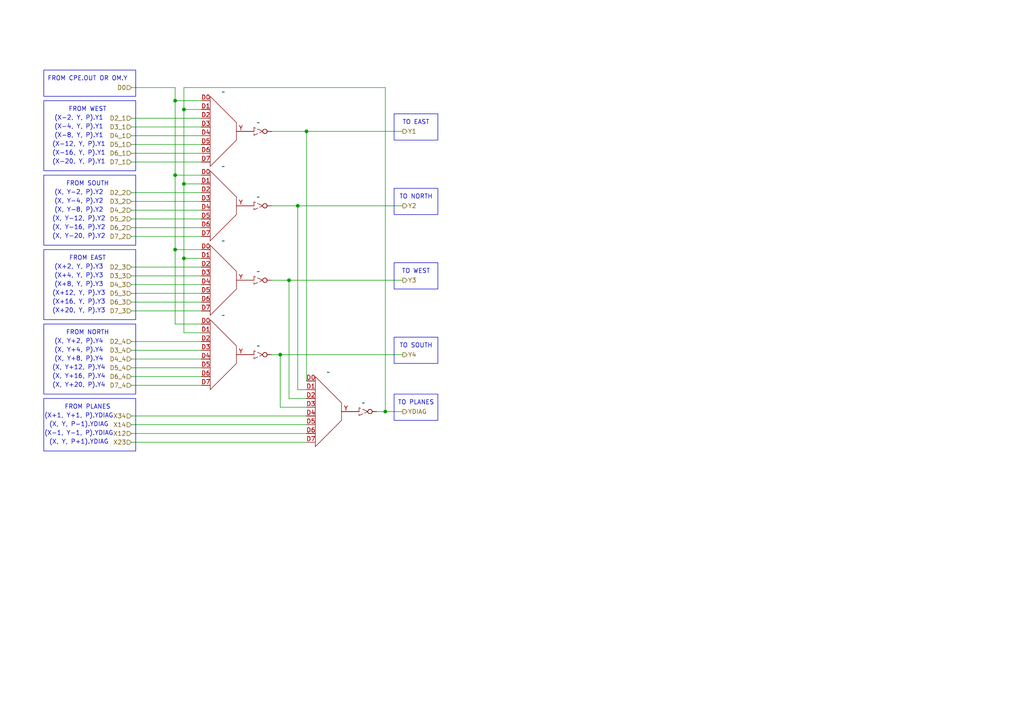
<source format=kicad_sch>
(kicad_sch
	(version 20250114)
	(generator "eeschema")
	(generator_version "9.0")
	(uuid "04224008-5264-4d60-b721-e6f8a3942838")
	(paper "A4")
	(title_block
		(title "Big Switch Box (SB_BIG)")
		(date "2025-10-28")
		(rev "1")
		(company "YosysHQ")
	)
	(lib_symbols
		(symbol "NOT_1"
			(exclude_from_sim no)
			(in_bom yes)
			(on_board yes)
			(property "Reference" "U"
				(at 0 0 0)
				(effects
					(font
						(size 1.27 1.27)
					)
				)
			)
			(property "Value" ""
				(at 0 0 0)
				(effects
					(font
						(size 1.27 1.27)
					)
				)
			)
			(property "Footprint" ""
				(at 0 0 0)
				(effects
					(font
						(size 1.27 1.27)
					)
					(hide yes)
				)
			)
			(property "Datasheet" ""
				(at 0 0 0)
				(effects
					(font
						(size 1.27 1.27)
					)
					(hide yes)
				)
			)
			(property "Description" ""
				(at 0 0 0)
				(effects
					(font
						(size 1.27 1.27)
					)
					(hide yes)
				)
			)
			(symbol "NOT_1_0_1"
				(polyline
					(pts
						(xy 1.27 0) (xy -1.27 1.143) (xy -1.27 -1.143) (xy 1.27 0)
					)
					(stroke
						(width 0)
						(type dash)
					)
					(fill
						(type none)
					)
				)
			)
			(symbol "NOT_1_1_1"
				(pin input line
					(at -3.81 0 0)
					(length 2.54)
					(name ""
						(effects
							(font
								(size 1.27 1.27)
							)
						)
					)
					(number ""
						(effects
							(font
								(size 1.27 1.27)
							)
						)
					)
				)
				(pin output inverted
					(at 3.81 0 180)
					(length 2.54)
					(name ""
						(effects
							(font
								(size 1.27 1.27)
							)
						)
					)
					(number ""
						(effects
							(font
								(size 1.27 1.27)
							)
						)
					)
				)
			)
			(embedded_fonts no)
		)
		(symbol "NOT_2"
			(exclude_from_sim no)
			(in_bom yes)
			(on_board yes)
			(property "Reference" "U"
				(at 0 0 0)
				(effects
					(font
						(size 1.27 1.27)
					)
				)
			)
			(property "Value" ""
				(at 0 0 0)
				(effects
					(font
						(size 1.27 1.27)
					)
				)
			)
			(property "Footprint" ""
				(at 0 0 0)
				(effects
					(font
						(size 1.27 1.27)
					)
					(hide yes)
				)
			)
			(property "Datasheet" ""
				(at 0 0 0)
				(effects
					(font
						(size 1.27 1.27)
					)
					(hide yes)
				)
			)
			(property "Description" ""
				(at 0 0 0)
				(effects
					(font
						(size 1.27 1.27)
					)
					(hide yes)
				)
			)
			(symbol "NOT_2_0_1"
				(polyline
					(pts
						(xy 1.27 0) (xy -1.27 1.143) (xy -1.27 -1.143) (xy 1.27 0)
					)
					(stroke
						(width 0)
						(type dash)
					)
					(fill
						(type none)
					)
				)
			)
			(symbol "NOT_2_1_1"
				(pin input line
					(at -3.81 0 0)
					(length 2.54)
					(name ""
						(effects
							(font
								(size 1.27 1.27)
							)
						)
					)
					(number ""
						(effects
							(font
								(size 1.27 1.27)
							)
						)
					)
				)
				(pin output inverted
					(at 3.81 0 180)
					(length 2.54)
					(name ""
						(effects
							(font
								(size 1.27 1.27)
							)
						)
					)
					(number ""
						(effects
							(font
								(size 1.27 1.27)
							)
						)
					)
				)
			)
			(embedded_fonts no)
		)
		(symbol "NOT_3"
			(exclude_from_sim no)
			(in_bom yes)
			(on_board yes)
			(property "Reference" "U"
				(at 0 0 0)
				(effects
					(font
						(size 1.27 1.27)
					)
				)
			)
			(property "Value" ""
				(at 0 0 0)
				(effects
					(font
						(size 1.27 1.27)
					)
				)
			)
			(property "Footprint" ""
				(at 0 0 0)
				(effects
					(font
						(size 1.27 1.27)
					)
					(hide yes)
				)
			)
			(property "Datasheet" ""
				(at 0 0 0)
				(effects
					(font
						(size 1.27 1.27)
					)
					(hide yes)
				)
			)
			(property "Description" ""
				(at 0 0 0)
				(effects
					(font
						(size 1.27 1.27)
					)
					(hide yes)
				)
			)
			(symbol "NOT_3_0_1"
				(polyline
					(pts
						(xy 1.27 0) (xy -1.27 1.143) (xy -1.27 -1.143) (xy 1.27 0)
					)
					(stroke
						(width 0)
						(type dash)
					)
					(fill
						(type none)
					)
				)
			)
			(symbol "NOT_3_1_1"
				(pin input line
					(at -3.81 0 0)
					(length 2.54)
					(name ""
						(effects
							(font
								(size 1.27 1.27)
							)
						)
					)
					(number ""
						(effects
							(font
								(size 1.27 1.27)
							)
						)
					)
				)
				(pin output inverted
					(at 3.81 0 180)
					(length 2.54)
					(name ""
						(effects
							(font
								(size 1.27 1.27)
							)
						)
					)
					(number ""
						(effects
							(font
								(size 1.27 1.27)
							)
						)
					)
				)
			)
			(embedded_fonts no)
		)
		(symbol "NOT_4"
			(exclude_from_sim no)
			(in_bom yes)
			(on_board yes)
			(property "Reference" "U"
				(at 0 0 0)
				(effects
					(font
						(size 1.27 1.27)
					)
				)
			)
			(property "Value" ""
				(at 0 0 0)
				(effects
					(font
						(size 1.27 1.27)
					)
				)
			)
			(property "Footprint" ""
				(at 0 0 0)
				(effects
					(font
						(size 1.27 1.27)
					)
					(hide yes)
				)
			)
			(property "Datasheet" ""
				(at 0 0 0)
				(effects
					(font
						(size 1.27 1.27)
					)
					(hide yes)
				)
			)
			(property "Description" ""
				(at 0 0 0)
				(effects
					(font
						(size 1.27 1.27)
					)
					(hide yes)
				)
			)
			(symbol "NOT_4_0_1"
				(polyline
					(pts
						(xy 1.27 0) (xy -1.27 1.143) (xy -1.27 -1.143) (xy 1.27 0)
					)
					(stroke
						(width 0)
						(type dash)
					)
					(fill
						(type none)
					)
				)
			)
			(symbol "NOT_4_1_1"
				(pin input line
					(at -3.81 0 0)
					(length 2.54)
					(name ""
						(effects
							(font
								(size 1.27 1.27)
							)
						)
					)
					(number ""
						(effects
							(font
								(size 1.27 1.27)
							)
						)
					)
				)
				(pin output inverted
					(at 3.81 0 180)
					(length 2.54)
					(name ""
						(effects
							(font
								(size 1.27 1.27)
							)
						)
					)
					(number ""
						(effects
							(font
								(size 1.27 1.27)
							)
						)
					)
				)
			)
			(embedded_fonts no)
		)
		(symbol "prjpeppercorn:MUX8B"
			(exclude_from_sim no)
			(in_bom yes)
			(on_board yes)
			(property "Reference" "M"
				(at 0 0 0)
				(effects
					(font
						(size 1.27 1.27)
					)
				)
			)
			(property "Value" ""
				(at 0 0 0)
				(effects
					(font
						(size 1.27 1.27)
					)
				)
			)
			(property "Footprint" ""
				(at 0 0 0)
				(effects
					(font
						(size 1.27 1.27)
					)
					(hide yes)
				)
			)
			(property "Datasheet" ""
				(at 0 0 0)
				(effects
					(font
						(size 1.27 1.27)
					)
					(hide yes)
				)
			)
			(property "Description" ""
				(at 0 0 0)
				(effects
					(font
						(size 1.27 1.27)
					)
					(hide yes)
				)
			)
			(symbol "MUX8B_0_1"
				(polyline
					(pts
						(xy -2.54 -10.16) (xy -2.54 10.16) (xy 5.08 2.54) (xy 5.08 -2.54) (xy -2.54 -10.16)
					)
					(stroke
						(width 0)
						(type default)
					)
					(fill
						(type none)
					)
				)
			)
			(symbol "MUX8B_1_1"
				(pin input line
					(at -5.08 8.89 0)
					(length 2.54)
					(name ""
						(effects
							(font
								(size 1.27 1.27)
							)
						)
					)
					(number "D0"
						(effects
							(font
								(size 1.27 1.27)
							)
						)
					)
				)
				(pin input line
					(at -5.08 6.35 0)
					(length 2.54)
					(name ""
						(effects
							(font
								(size 1.27 1.27)
							)
						)
					)
					(number "D1"
						(effects
							(font
								(size 1.27 1.27)
							)
						)
					)
				)
				(pin input line
					(at -5.08 3.81 0)
					(length 2.54)
					(name ""
						(effects
							(font
								(size 1.27 1.27)
							)
						)
					)
					(number "D2"
						(effects
							(font
								(size 1.27 1.27)
							)
						)
					)
				)
				(pin input line
					(at -5.08 1.27 0)
					(length 2.54)
					(name ""
						(effects
							(font
								(size 1.27 1.27)
							)
						)
					)
					(number "D3"
						(effects
							(font
								(size 1.27 1.27)
							)
						)
					)
				)
				(pin input line
					(at -5.08 -1.27 0)
					(length 2.54)
					(name ""
						(effects
							(font
								(size 1.27 1.27)
							)
						)
					)
					(number "D4"
						(effects
							(font
								(size 1.27 1.27)
							)
						)
					)
				)
				(pin input line
					(at -5.08 -3.81 0)
					(length 2.54)
					(name ""
						(effects
							(font
								(size 1.27 1.27)
							)
						)
					)
					(number "D5"
						(effects
							(font
								(size 1.27 1.27)
							)
						)
					)
				)
				(pin input line
					(at -5.08 -6.35 0)
					(length 2.54)
					(name ""
						(effects
							(font
								(size 1.27 1.27)
							)
						)
					)
					(number "D6"
						(effects
							(font
								(size 1.27 1.27)
							)
						)
					)
				)
				(pin input line
					(at -5.08 -8.89 0)
					(length 2.54)
					(name ""
						(effects
							(font
								(size 1.27 1.27)
							)
						)
					)
					(number "D7"
						(effects
							(font
								(size 1.27 1.27)
							)
						)
					)
				)
				(pin output line
					(at 7.62 0 180)
					(length 2.54)
					(name ""
						(effects
							(font
								(size 1.27 1.27)
							)
						)
					)
					(number "Y"
						(effects
							(font
								(size 1.27 1.27)
							)
						)
					)
				)
			)
			(embedded_fonts no)
		)
		(symbol "prjpeppercorn:NOT"
			(exclude_from_sim no)
			(in_bom yes)
			(on_board yes)
			(property "Reference" "U"
				(at 0 0 0)
				(effects
					(font
						(size 1.27 1.27)
					)
				)
			)
			(property "Value" ""
				(at 0 0 0)
				(effects
					(font
						(size 1.27 1.27)
					)
				)
			)
			(property "Footprint" ""
				(at 0 0 0)
				(effects
					(font
						(size 1.27 1.27)
					)
					(hide yes)
				)
			)
			(property "Datasheet" ""
				(at 0 0 0)
				(effects
					(font
						(size 1.27 1.27)
					)
					(hide yes)
				)
			)
			(property "Description" ""
				(at 0 0 0)
				(effects
					(font
						(size 1.27 1.27)
					)
					(hide yes)
				)
			)
			(symbol "NOT_0_1"
				(polyline
					(pts
						(xy 1.27 0) (xy -1.27 1.143) (xy -1.27 -1.143) (xy 1.27 0)
					)
					(stroke
						(width 0)
						(type dash)
					)
					(fill
						(type none)
					)
				)
			)
			(symbol "NOT_1_1"
				(pin input line
					(at -3.81 0 0)
					(length 2.54)
					(name ""
						(effects
							(font
								(size 1.27 1.27)
							)
						)
					)
					(number ""
						(effects
							(font
								(size 1.27 1.27)
							)
						)
					)
				)
				(pin output inverted
					(at 3.81 0 180)
					(length 2.54)
					(name ""
						(effects
							(font
								(size 1.27 1.27)
							)
						)
					)
					(number ""
						(effects
							(font
								(size 1.27 1.27)
							)
						)
					)
				)
			)
			(embedded_fonts no)
		)
	)
	(rectangle
		(start 12.7 72.39)
		(end 39.37 92.71)
		(stroke
			(width 0)
			(type default)
		)
		(fill
			(type none)
		)
		(uuid 0a1e5898-d4fc-43b2-b564-9a47307d4d21)
	)
	(rectangle
		(start 114.3 97.79)
		(end 127 105.41)
		(stroke
			(width 0)
			(type default)
		)
		(fill
			(type none)
		)
		(uuid 2e1e0ec6-c8ae-4e30-9657-072772553242)
	)
	(rectangle
		(start 12.7 93.98)
		(end 39.37 114.3)
		(stroke
			(width 0)
			(type default)
		)
		(fill
			(type none)
		)
		(uuid 4085709f-d763-4b2f-92f9-e28cdebfe761)
	)
	(rectangle
		(start 12.7 20.32)
		(end 39.37 27.94)
		(stroke
			(width 0)
			(type default)
		)
		(fill
			(type none)
		)
		(uuid 5c2e7615-65fa-43b5-a81e-9cc3fb3c1a57)
	)
	(rectangle
		(start 114.3 114.3)
		(end 127 121.92)
		(stroke
			(width 0)
			(type default)
		)
		(fill
			(type none)
		)
		(uuid 67d2b86d-7c88-4fb0-bbfa-ee9e2713160e)
	)
	(rectangle
		(start 12.7 50.8)
		(end 39.37 71.12)
		(stroke
			(width 0)
			(type default)
		)
		(fill
			(type none)
		)
		(uuid 7019a6af-8381-45a3-8b86-5166c3eabab7)
	)
	(rectangle
		(start 114.3 54.61)
		(end 127 62.23)
		(stroke
			(width 0)
			(type default)
		)
		(fill
			(type none)
		)
		(uuid 844db83a-7025-44d1-80bb-f1532f80beaf)
	)
	(rectangle
		(start 12.7 115.57)
		(end 39.37 130.81)
		(stroke
			(width 0)
			(type default)
		)
		(fill
			(type none)
		)
		(uuid befcae4f-9f94-4901-9be1-98f11976ef33)
	)
	(rectangle
		(start 114.3 33.02)
		(end 127 40.64)
		(stroke
			(width 0)
			(type default)
		)
		(fill
			(type none)
		)
		(uuid c5409f0b-ec79-4adc-bffc-ff0a18bce269)
	)
	(rectangle
		(start 12.7 29.21)
		(end 39.37 49.53)
		(stroke
			(width 0)
			(type default)
		)
		(fill
			(type none)
		)
		(uuid d6077911-2572-4ef2-a9db-bca8d8c62212)
	)
	(rectangle
		(start 114.3 76.2)
		(end 127 83.82)
		(stroke
			(width 0)
			(type default)
		)
		(fill
			(type none)
		)
		(uuid fa6d9c72-8e9e-4880-8071-02d9942e86d6)
	)
	(text "TO EAST"
		(exclude_from_sim no)
		(at 120.65 35.56 0)
		(effects
			(font
				(size 1.27 1.27)
			)
		)
		(uuid "0308ea12-e8bb-4507-b24b-a79c46a0daf1")
	)
	(text "FROM CPE.OUT OR OM.Y"
		(exclude_from_sim no)
		(at 25.4 22.86 0)
		(effects
			(font
				(size 1.27 1.27)
			)
		)
		(uuid "04253a39-69e3-41fa-9ada-9a2cd9258c79")
	)
	(text "(X, Y-20, P).Y2"
		(exclude_from_sim no)
		(at 22.86 68.58 0)
		(effects
			(font
				(size 1.27 1.27)
			)
		)
		(uuid "0611838a-769c-4d0e-a80c-8fa9e47c85f0")
	)
	(text "(X, Y-16, P).Y2"
		(exclude_from_sim no)
		(at 22.86 66.04 0)
		(effects
			(font
				(size 1.27 1.27)
			)
		)
		(uuid "0eaab9a9-b862-4f0b-8e45-fffd0139ee7c")
	)
	(text "FROM PLANES"
		(exclude_from_sim no)
		(at 25.4 118.11 0)
		(effects
			(font
				(size 1.27 1.27)
			)
		)
		(uuid "10e76c56-61c6-4bc1-9c48-49f69277c418")
	)
	(text "FROM WEST"
		(exclude_from_sim no)
		(at 25.4 31.75 0)
		(effects
			(font
				(size 1.27 1.27)
			)
		)
		(uuid "1454f02a-b9c3-45e2-84ea-74912876bbe2")
	)
	(text "(X-20, Y, P).Y1"
		(exclude_from_sim no)
		(at 22.86 46.99 0)
		(effects
			(font
				(size 1.27 1.27)
			)
		)
		(uuid "16d71de2-d0e3-457e-b6cb-2e20c232ddc2")
	)
	(text "(X+2, Y, P).Y3"
		(exclude_from_sim no)
		(at 22.86 77.47 0)
		(effects
			(font
				(size 1.27 1.27)
			)
		)
		(uuid "1c152a4f-77a6-43b7-8476-731a093f9df8")
	)
	(text "(X, Y-2, P).Y2"
		(exclude_from_sim no)
		(at 22.86 55.88 0)
		(effects
			(font
				(size 1.27 1.27)
			)
		)
		(uuid "28111548-1e0a-4122-aa1f-e491be5f0cfc")
	)
	(text "(X-16, Y, P).Y1"
		(exclude_from_sim no)
		(at 22.86 44.45 0)
		(effects
			(font
				(size 1.27 1.27)
			)
		)
		(uuid "3456fc96-6271-4e8d-be28-3d095e879f8d")
	)
	(text "(X-2, Y, P).Y1"
		(exclude_from_sim no)
		(at 22.86 34.29 0)
		(effects
			(font
				(size 1.27 1.27)
			)
		)
		(uuid "4088b7cf-0439-4527-a295-aba97c796d9f")
	)
	(text "(X, Y-4, P).Y2"
		(exclude_from_sim no)
		(at 22.86 58.42 0)
		(effects
			(font
				(size 1.27 1.27)
			)
		)
		(uuid "45d0ca07-3213-4895-a43e-35024afe9aa1")
	)
	(text "(X+8, Y, P).Y3"
		(exclude_from_sim no)
		(at 22.86 82.55 0)
		(effects
			(font
				(size 1.27 1.27)
			)
		)
		(uuid "59d75b5a-6bac-4d4d-963d-447620113089")
	)
	(text "(X-12, Y, P).Y1"
		(exclude_from_sim no)
		(at 22.86 41.91 0)
		(effects
			(font
				(size 1.27 1.27)
			)
		)
		(uuid "5c0970ae-f80e-4642-8b79-a86deca393a1")
	)
	(text "(X+1, Y+1, P).YDIAG"
		(exclude_from_sim no)
		(at 22.86 120.65 0)
		(effects
			(font
				(size 1.27 1.27)
			)
		)
		(uuid "5e31a34a-c834-4dfc-89b8-a5efafbf5bf3")
	)
	(text "(X, Y+4, P).Y4"
		(exclude_from_sim no)
		(at 22.86 101.6 0)
		(effects
			(font
				(size 1.27 1.27)
			)
		)
		(uuid "5e7a68f0-9514-41fa-9de5-4725d0455bd5")
	)
	(text "(X+12, Y, P).Y3"
		(exclude_from_sim no)
		(at 22.86 85.09 0)
		(effects
			(font
				(size 1.27 1.27)
			)
		)
		(uuid "69ef0cdb-cd4e-46a0-998f-cec6b3cdd8ec")
	)
	(text "(X+16, Y, P).Y3"
		(exclude_from_sim no)
		(at 22.86 87.63 0)
		(effects
			(font
				(size 1.27 1.27)
			)
		)
		(uuid "6eec3740-93d5-4083-b56e-d7ce3c56d67e")
	)
	(text "(X, Y+20, P).Y4"
		(exclude_from_sim no)
		(at 22.86 111.76 0)
		(effects
			(font
				(size 1.27 1.27)
			)
		)
		(uuid "6fa02bd5-a962-4273-a729-66ad9921109d")
	)
	(text "(X, Y+8, P).Y4"
		(exclude_from_sim no)
		(at 22.86 104.14 0)
		(effects
			(font
				(size 1.27 1.27)
			)
		)
		(uuid "7136a13b-6d63-4d9f-9209-b6221a027edc")
	)
	(text "TO SOUTH"
		(exclude_from_sim no)
		(at 120.65 100.33 0)
		(effects
			(font
				(size 1.27 1.27)
			)
		)
		(uuid "792d7d93-0e25-44f1-bb16-c697f9dac366")
	)
	(text "FROM SOUTH"
		(exclude_from_sim no)
		(at 25.4 53.34 0)
		(effects
			(font
				(size 1.27 1.27)
			)
		)
		(uuid "7ba2457e-094a-4395-8898-2d006c6456d4")
	)
	(text "(X, Y+16, P).Y4"
		(exclude_from_sim no)
		(at 22.86 109.22 0)
		(effects
			(font
				(size 1.27 1.27)
			)
		)
		(uuid "83e0464c-f9b6-4a56-834f-e9c430dcd3d3")
	)
	(text "(X, Y, P-1).YDIAG"
		(exclude_from_sim no)
		(at 22.86 123.19 0)
		(effects
			(font
				(size 1.27 1.27)
			)
		)
		(uuid "89b87384-2b68-4571-9f7e-0ae4cdf6fcf2")
	)
	(text "(X, Y-8, P).Y2"
		(exclude_from_sim no)
		(at 22.86 60.96 0)
		(effects
			(font
				(size 1.27 1.27)
			)
		)
		(uuid "8a9679d3-e18b-45de-8906-7bbf5bbe2b6e")
	)
	(text "(X+20, Y, P).Y3"
		(exclude_from_sim no)
		(at 22.86 90.17 0)
		(effects
			(font
				(size 1.27 1.27)
			)
		)
		(uuid "917eb0dc-dd2a-447e-b070-b2a75e54e4f8")
	)
	(text "(X, Y, P+1).YDIAG"
		(exclude_from_sim no)
		(at 22.86 128.27 0)
		(effects
			(font
				(size 1.27 1.27)
			)
		)
		(uuid "9a22808e-7238-4489-a387-6b2559c6ff4b")
	)
	(text "(X, Y+2, P).Y4"
		(exclude_from_sim no)
		(at 22.86 99.06 0)
		(effects
			(font
				(size 1.27 1.27)
			)
		)
		(uuid "9b35d705-9156-4a71-b4af-19c02aded093")
	)
	(text "(X-4, Y, P).Y1"
		(exclude_from_sim no)
		(at 22.86 36.83 0)
		(effects
			(font
				(size 1.27 1.27)
			)
		)
		(uuid "a39c0565-2b05-495c-b21f-1355e3d1714c")
	)
	(text "TO WEST"
		(exclude_from_sim no)
		(at 120.65 78.74 0)
		(effects
			(font
				(size 1.27 1.27)
			)
		)
		(uuid "af232ccb-9456-4a72-a398-29378dd6c63d")
	)
	(text "(X, Y-12, P).Y2"
		(exclude_from_sim no)
		(at 22.86 63.5 0)
		(effects
			(font
				(size 1.27 1.27)
			)
		)
		(uuid "b2dfa726-c123-4d36-873b-985715b64e1e")
	)
	(text "(X, Y+12, P).Y4"
		(exclude_from_sim no)
		(at 22.86 106.68 0)
		(effects
			(font
				(size 1.27 1.27)
			)
		)
		(uuid "b4916ac6-bbe4-4a2f-a7fe-b5af6a041b1a")
	)
	(text "FROM NORTH"
		(exclude_from_sim no)
		(at 25.4 96.52 0)
		(effects
			(font
				(size 1.27 1.27)
			)
		)
		(uuid "bb1a9f80-5d54-4a29-b51f-9a509b0da8ed")
	)
	(text "TO PLANES"
		(exclude_from_sim no)
		(at 120.65 116.84 0)
		(effects
			(font
				(size 1.27 1.27)
			)
		)
		(uuid "c053aa20-f8b5-40ec-9496-48eb2dbcab28")
	)
	(text "(X-1, Y-1, P).YDIAG"
		(exclude_from_sim no)
		(at 22.86 125.73 0)
		(effects
			(font
				(size 1.27 1.27)
			)
		)
		(uuid "c2f0cf95-5287-4b2e-9528-f58049653f87")
	)
	(text "(X+4, Y, P).Y3"
		(exclude_from_sim no)
		(at 22.86 80.01 0)
		(effects
			(font
				(size 1.27 1.27)
			)
		)
		(uuid "c9b7f158-9ab6-4bf2-86d4-a5e1e53c8d8c")
	)
	(text "(X-8, Y, P).Y1"
		(exclude_from_sim no)
		(at 22.86 39.37 0)
		(effects
			(font
				(size 1.27 1.27)
			)
		)
		(uuid "ce17fd8f-3634-4820-92b0-09b31bca9091")
	)
	(text "TO NORTH"
		(exclude_from_sim no)
		(at 120.65 57.15 0)
		(effects
			(font
				(size 1.27 1.27)
			)
		)
		(uuid "d7ca4e84-9dc4-4887-b2fb-065740250ae5")
	)
	(text "FROM EAST"
		(exclude_from_sim no)
		(at 25.4 74.93 0)
		(effects
			(font
				(size 1.27 1.27)
			)
		)
		(uuid "f2b1203e-f628-4994-b233-fbf4edf39d6c")
	)
	(junction
		(at 50.8 50.8)
		(diameter 0)
		(color 0 0 0 0)
		(uuid "3920f22c-4c1f-4908-829a-e063a30f4df1")
	)
	(junction
		(at 53.34 31.75)
		(diameter 0)
		(color 0 0 0 0)
		(uuid "69cc9bec-949f-4330-8d89-3c1d717eda06")
	)
	(junction
		(at 50.8 29.21)
		(diameter 0)
		(color 0 0 0 0)
		(uuid "7487074d-e6c7-43cf-9ae1-66cd939afa59")
	)
	(junction
		(at 83.82 81.28)
		(diameter 0)
		(color 0 0 0 0)
		(uuid "75bcfb0a-81e9-4b40-ae72-e3edd0348915")
	)
	(junction
		(at 53.34 53.34)
		(diameter 0)
		(color 0 0 0 0)
		(uuid "798587d4-6554-42dc-a4dc-a844ee5552f4")
	)
	(junction
		(at 86.36 59.69)
		(diameter 0)
		(color 0 0 0 0)
		(uuid "a9ac48c7-681a-4412-9e8b-50ea1dbd550f")
	)
	(junction
		(at 111.76 119.38)
		(diameter 0)
		(color 0 0 0 0)
		(uuid "b52ea5c8-4a92-4253-823c-8c38b1beef82")
	)
	(junction
		(at 88.9 38.1)
		(diameter 0)
		(color 0 0 0 0)
		(uuid "c33f2eee-ef79-4b94-a773-65b8e9df9fbb")
	)
	(junction
		(at 50.8 72.39)
		(diameter 0)
		(color 0 0 0 0)
		(uuid "ca08ed29-bd09-4d4f-adbf-5ad28783a6c1")
	)
	(junction
		(at 53.34 74.93)
		(diameter 0)
		(color 0 0 0 0)
		(uuid "cdcff800-dbe6-433c-b21a-d960feef0712")
	)
	(junction
		(at 81.28 102.87)
		(diameter 0)
		(color 0 0 0 0)
		(uuid "f3f1beb6-7607-41a2-9dca-0ab792da9e1e")
	)
	(wire
		(pts
			(xy 50.8 93.98) (xy 58.42 93.98)
		)
		(stroke
			(width 0)
			(type default)
		)
		(uuid "02290189-8fae-466e-a975-f62f20931764")
	)
	(wire
		(pts
			(xy 38.1 101.6) (xy 58.42 101.6)
		)
		(stroke
			(width 0)
			(type default)
		)
		(uuid "028e1820-60b3-4fcb-abc3-670f2df355ea")
	)
	(wire
		(pts
			(xy 50.8 29.21) (xy 50.8 50.8)
		)
		(stroke
			(width 0)
			(type default)
		)
		(uuid "05c4493e-01f1-49b2-ad2e-b07a69803bb2")
	)
	(wire
		(pts
			(xy 88.9 110.49) (xy 88.9 38.1)
		)
		(stroke
			(width 0)
			(type default)
		)
		(uuid "0d1f5fd9-859e-49b0-a536-2cc482be06ee")
	)
	(wire
		(pts
			(xy 38.1 111.76) (xy 58.42 111.76)
		)
		(stroke
			(width 0)
			(type default)
		)
		(uuid "0f1a2a2b-8be3-476f-a31b-5a50c6b7c28d")
	)
	(wire
		(pts
			(xy 38.1 66.04) (xy 58.42 66.04)
		)
		(stroke
			(width 0)
			(type default)
		)
		(uuid "16348666-1369-4902-8811-04ae10b8077c")
	)
	(wire
		(pts
			(xy 38.1 90.17) (xy 58.42 90.17)
		)
		(stroke
			(width 0)
			(type default)
		)
		(uuid "191aec21-ac32-4ef6-899b-8c17289ed8f1")
	)
	(wire
		(pts
			(xy 50.8 72.39) (xy 58.42 72.39)
		)
		(stroke
			(width 0)
			(type default)
		)
		(uuid "1a6d8ebc-9b63-42be-87b4-c65519724ce8")
	)
	(wire
		(pts
			(xy 83.82 81.28) (xy 116.84 81.28)
		)
		(stroke
			(width 0)
			(type default)
		)
		(uuid "1cb60bee-e581-42ba-9283-1ecc7ba39d45")
	)
	(wire
		(pts
			(xy 38.1 128.27) (xy 88.9 128.27)
		)
		(stroke
			(width 0)
			(type default)
		)
		(uuid "25de6945-d546-4c7d-9aba-d8469ea2ce90")
	)
	(wire
		(pts
			(xy 78.74 59.69) (xy 86.36 59.69)
		)
		(stroke
			(width 0)
			(type default)
		)
		(uuid "2c667f29-f1f0-4b40-838b-b849bd65c18e")
	)
	(wire
		(pts
			(xy 111.76 25.4) (xy 53.34 25.4)
		)
		(stroke
			(width 0)
			(type default)
		)
		(uuid "2ff1f729-5344-47ba-a2e5-2eea1b9f8a45")
	)
	(wire
		(pts
			(xy 111.76 119.38) (xy 109.22 119.38)
		)
		(stroke
			(width 0)
			(type default)
		)
		(uuid "304624f0-0f25-471b-aa4c-805bc424516a")
	)
	(wire
		(pts
			(xy 78.74 38.1) (xy 88.9 38.1)
		)
		(stroke
			(width 0)
			(type default)
		)
		(uuid "31ab4f0c-3b26-48d6-ba63-9ce69eb1d834")
	)
	(wire
		(pts
			(xy 81.28 102.87) (xy 81.28 118.11)
		)
		(stroke
			(width 0)
			(type default)
		)
		(uuid "32143254-007a-4833-b4f0-869a980d6a1d")
	)
	(wire
		(pts
			(xy 38.1 41.91) (xy 58.42 41.91)
		)
		(stroke
			(width 0)
			(type default)
		)
		(uuid "38c57aae-5008-4ce4-a68c-dd7bc44db14f")
	)
	(wire
		(pts
			(xy 78.74 81.28) (xy 83.82 81.28)
		)
		(stroke
			(width 0)
			(type default)
		)
		(uuid "41268554-38c7-4c38-889a-aac78c8b90d2")
	)
	(wire
		(pts
			(xy 81.28 102.87) (xy 116.84 102.87)
		)
		(stroke
			(width 0)
			(type default)
		)
		(uuid "42cea026-0ffa-488e-9302-d9d1cd948ae7")
	)
	(wire
		(pts
			(xy 53.34 31.75) (xy 58.42 31.75)
		)
		(stroke
			(width 0)
			(type default)
		)
		(uuid "4daa4fd5-f193-43ae-8555-7baaeb18a8d4")
	)
	(wire
		(pts
			(xy 83.82 115.57) (xy 83.82 81.28)
		)
		(stroke
			(width 0)
			(type default)
		)
		(uuid "4f4be97e-f631-487c-b590-b4004b48519d")
	)
	(wire
		(pts
			(xy 86.36 59.69) (xy 116.84 59.69)
		)
		(stroke
			(width 0)
			(type default)
		)
		(uuid "50784bc3-65fc-4d4c-8099-e6b77f4c30ee")
	)
	(wire
		(pts
			(xy 38.1 55.88) (xy 58.42 55.88)
		)
		(stroke
			(width 0)
			(type default)
		)
		(uuid "5c28093b-62b2-4ca9-9461-3992bae95267")
	)
	(wire
		(pts
			(xy 38.1 77.47) (xy 58.42 77.47)
		)
		(stroke
			(width 0)
			(type default)
		)
		(uuid "60a0ca4a-f2b3-4b85-bad2-da85b2df0cea")
	)
	(wire
		(pts
			(xy 38.1 80.01) (xy 58.42 80.01)
		)
		(stroke
			(width 0)
			(type default)
		)
		(uuid "61455016-7a5f-4e1b-8494-026f7f6362c3")
	)
	(wire
		(pts
			(xy 38.1 36.83) (xy 58.42 36.83)
		)
		(stroke
			(width 0)
			(type default)
		)
		(uuid "67ed9a03-60a3-4327-b479-a2d6fce43a4f")
	)
	(wire
		(pts
			(xy 38.1 109.22) (xy 58.42 109.22)
		)
		(stroke
			(width 0)
			(type default)
		)
		(uuid "6e9dea08-12b0-42b8-a05b-62d19cbfa4d8")
	)
	(wire
		(pts
			(xy 53.34 74.93) (xy 58.42 74.93)
		)
		(stroke
			(width 0)
			(type default)
		)
		(uuid "71c30d3d-4c87-4fe7-b476-d5ce5f60b7e3")
	)
	(wire
		(pts
			(xy 38.1 125.73) (xy 88.9 125.73)
		)
		(stroke
			(width 0)
			(type default)
		)
		(uuid "7be89fe6-6992-4bd3-94cc-b5071939c405")
	)
	(wire
		(pts
			(xy 111.76 119.38) (xy 116.84 119.38)
		)
		(stroke
			(width 0)
			(type default)
		)
		(uuid "856f8445-ede7-4e92-be0a-371932368a2f")
	)
	(wire
		(pts
			(xy 81.28 118.11) (xy 88.9 118.11)
		)
		(stroke
			(width 0)
			(type default)
		)
		(uuid "873dc615-26fe-4967-95db-226a7a725196")
	)
	(wire
		(pts
			(xy 38.1 123.19) (xy 88.9 123.19)
		)
		(stroke
			(width 0)
			(type default)
		)
		(uuid "885d2c67-c513-4821-9570-c7ad6395040f")
	)
	(wire
		(pts
			(xy 53.34 74.93) (xy 53.34 96.52)
		)
		(stroke
			(width 0)
			(type default)
		)
		(uuid "8a7e4e43-35db-4d7d-80df-a12876301a1e")
	)
	(wire
		(pts
			(xy 38.1 104.14) (xy 58.42 104.14)
		)
		(stroke
			(width 0)
			(type default)
		)
		(uuid "9289cdca-5b64-446f-8afd-bcd57fdca49d")
	)
	(wire
		(pts
			(xy 38.1 60.96) (xy 58.42 60.96)
		)
		(stroke
			(width 0)
			(type default)
		)
		(uuid "945aac9a-8daf-4679-ab50-eb533a3c9277")
	)
	(wire
		(pts
			(xy 50.8 50.8) (xy 58.42 50.8)
		)
		(stroke
			(width 0)
			(type default)
		)
		(uuid "9499ae9c-ba0f-4760-89de-9963c159ab29")
	)
	(wire
		(pts
			(xy 88.9 115.57) (xy 83.82 115.57)
		)
		(stroke
			(width 0)
			(type default)
		)
		(uuid "97edc7ba-842d-47ff-9278-2cbaffff5f91")
	)
	(wire
		(pts
			(xy 86.36 113.03) (xy 86.36 59.69)
		)
		(stroke
			(width 0)
			(type default)
		)
		(uuid "9a5f43ab-d44f-44e6-9dd8-3386b113b3b3")
	)
	(wire
		(pts
			(xy 53.34 53.34) (xy 53.34 74.93)
		)
		(stroke
			(width 0)
			(type default)
		)
		(uuid "ad2c57db-7264-4a6e-bc1e-d439cd0ff317")
	)
	(wire
		(pts
			(xy 50.8 29.21) (xy 58.42 29.21)
		)
		(stroke
			(width 0)
			(type default)
		)
		(uuid "ad83d99f-0951-48bb-9cd5-b94da66ea72d")
	)
	(wire
		(pts
			(xy 53.34 53.34) (xy 58.42 53.34)
		)
		(stroke
			(width 0)
			(type default)
		)
		(uuid "afefb5be-f82e-4b56-bcd0-b76f78d23182")
	)
	(wire
		(pts
			(xy 38.1 58.42) (xy 58.42 58.42)
		)
		(stroke
			(width 0)
			(type default)
		)
		(uuid "b014018d-6f28-4e80-b3b1-40ded7d061c6")
	)
	(wire
		(pts
			(xy 38.1 106.68) (xy 58.42 106.68)
		)
		(stroke
			(width 0)
			(type default)
		)
		(uuid "b45d7320-aad2-47e4-8090-5ccec06e88a0")
	)
	(wire
		(pts
			(xy 53.34 31.75) (xy 53.34 53.34)
		)
		(stroke
			(width 0)
			(type default)
		)
		(uuid "b71dd7a1-e2ba-4212-834b-4258375bced6")
	)
	(wire
		(pts
			(xy 50.8 72.39) (xy 50.8 93.98)
		)
		(stroke
			(width 0)
			(type default)
		)
		(uuid "ba14b1f3-dff4-47e2-be9f-ef60c909fd5c")
	)
	(wire
		(pts
			(xy 88.9 38.1) (xy 116.84 38.1)
		)
		(stroke
			(width 0)
			(type default)
		)
		(uuid "baeba467-d427-4734-ac33-87887dbbcd35")
	)
	(wire
		(pts
			(xy 38.1 39.37) (xy 58.42 39.37)
		)
		(stroke
			(width 0)
			(type default)
		)
		(uuid "c19e3692-7324-48b8-be49-5fb7671da8d5")
	)
	(wire
		(pts
			(xy 38.1 46.99) (xy 58.42 46.99)
		)
		(stroke
			(width 0)
			(type default)
		)
		(uuid "c2858e6e-21ce-4296-81f4-cbe3c5de6cd6")
	)
	(wire
		(pts
			(xy 38.1 25.4) (xy 50.8 25.4)
		)
		(stroke
			(width 0)
			(type default)
		)
		(uuid "c58d6f7b-dc59-4170-bd8f-bd011a9efd1c")
	)
	(wire
		(pts
			(xy 38.1 63.5) (xy 58.42 63.5)
		)
		(stroke
			(width 0)
			(type default)
		)
		(uuid "c7c8ecfc-73a9-42bb-bc2c-331eff4b0d67")
	)
	(wire
		(pts
			(xy 38.1 44.45) (xy 58.42 44.45)
		)
		(stroke
			(width 0)
			(type default)
		)
		(uuid "c8c35de8-6ba6-4017-9932-5a460e54dcf6")
	)
	(wire
		(pts
			(xy 38.1 120.65) (xy 88.9 120.65)
		)
		(stroke
			(width 0)
			(type default)
		)
		(uuid "ccf820f4-1b18-44bd-9c3b-0cc9b419a387")
	)
	(wire
		(pts
			(xy 38.1 87.63) (xy 58.42 87.63)
		)
		(stroke
			(width 0)
			(type default)
		)
		(uuid "cd52c71c-f89c-437c-bf65-12eb39691aa3")
	)
	(wire
		(pts
			(xy 53.34 96.52) (xy 58.42 96.52)
		)
		(stroke
			(width 0)
			(type default)
		)
		(uuid "d0697b5f-5f78-412c-a2ea-92b1566b48d9")
	)
	(wire
		(pts
			(xy 38.1 85.09) (xy 58.42 85.09)
		)
		(stroke
			(width 0)
			(type default)
		)
		(uuid "d7fa156b-f51f-4f46-9d6c-3fd225fbf0ab")
	)
	(wire
		(pts
			(xy 50.8 50.8) (xy 50.8 72.39)
		)
		(stroke
			(width 0)
			(type default)
		)
		(uuid "d8bbbc66-867f-4139-aecf-316c4d79ff4d")
	)
	(wire
		(pts
			(xy 53.34 25.4) (xy 53.34 31.75)
		)
		(stroke
			(width 0)
			(type default)
		)
		(uuid "da957739-30d9-49a6-9637-5a55b1bf5425")
	)
	(wire
		(pts
			(xy 111.76 119.38) (xy 111.76 25.4)
		)
		(stroke
			(width 0)
			(type default)
		)
		(uuid "db659057-42b0-485b-ad9f-d78c7760889d")
	)
	(wire
		(pts
			(xy 50.8 25.4) (xy 50.8 29.21)
		)
		(stroke
			(width 0)
			(type default)
		)
		(uuid "dc02a6a7-da54-45dd-8163-fbe798317773")
	)
	(wire
		(pts
			(xy 38.1 99.06) (xy 58.42 99.06)
		)
		(stroke
			(width 0)
			(type default)
		)
		(uuid "df69197a-9c9b-4889-8ae2-cb2fe0c2132e")
	)
	(wire
		(pts
			(xy 38.1 34.29) (xy 58.42 34.29)
		)
		(stroke
			(width 0)
			(type default)
		)
		(uuid "e2a69298-71b3-4617-82f4-ec398c6e1dec")
	)
	(wire
		(pts
			(xy 38.1 82.55) (xy 58.42 82.55)
		)
		(stroke
			(width 0)
			(type default)
		)
		(uuid "e7b032ae-a2ec-483e-909c-7dfef6dff01c")
	)
	(wire
		(pts
			(xy 88.9 113.03) (xy 86.36 113.03)
		)
		(stroke
			(width 0)
			(type default)
		)
		(uuid "e8f4133f-b6e9-425b-b748-28c350df2c91")
	)
	(wire
		(pts
			(xy 38.1 68.58) (xy 58.42 68.58)
		)
		(stroke
			(width 0)
			(type default)
		)
		(uuid "ec5b9c3c-5ab1-47d7-83cc-c66ac035282c")
	)
	(wire
		(pts
			(xy 81.28 102.87) (xy 78.74 102.87)
		)
		(stroke
			(width 0)
			(type default)
		)
		(uuid "f31008a3-bf8d-4428-9953-d6c7060a4c16")
	)
	(hierarchical_label "D4_4"
		(shape input)
		(at 38.1 104.14 180)
		(effects
			(font
				(size 1.27 1.27)
			)
			(justify right)
		)
		(uuid "116e8187-274f-4ae2-9464-40863bd31f5a")
	)
	(hierarchical_label "D5_2"
		(shape input)
		(at 38.1 63.5 180)
		(effects
			(font
				(size 1.27 1.27)
			)
			(justify right)
		)
		(uuid "1a0a6292-50f8-46ac-a11e-1bb673a03e99")
	)
	(hierarchical_label "D4_3"
		(shape input)
		(at 38.1 82.55 180)
		(effects
			(font
				(size 1.27 1.27)
			)
			(justify right)
		)
		(uuid "2658bd9a-63dd-4bdd-a34f-1f0ab20f757d")
	)
	(hierarchical_label "D5_4"
		(shape input)
		(at 38.1 106.68 180)
		(effects
			(font
				(size 1.27 1.27)
			)
			(justify right)
		)
		(uuid "2ebc6a5c-4a33-446c-baaf-002f03f4b28a")
	)
	(hierarchical_label "D0"
		(shape input)
		(at 38.1 25.4 180)
		(effects
			(font
				(size 1.27 1.27)
			)
			(justify right)
		)
		(uuid "2f41da10-4d5a-42de-ac30-47ae310eab57")
	)
	(hierarchical_label "D3_4"
		(shape input)
		(at 38.1 101.6 180)
		(effects
			(font
				(size 1.27 1.27)
			)
			(justify right)
		)
		(uuid "4aad5191-80d7-422c-9331-a38f36a7f5eb")
	)
	(hierarchical_label "D2_2"
		(shape input)
		(at 38.1 55.88 180)
		(effects
			(font
				(size 1.27 1.27)
			)
			(justify right)
		)
		(uuid "4cb443b7-a127-45fd-8a1a-eab000ed5afa")
	)
	(hierarchical_label "D7_2"
		(shape input)
		(at 38.1 68.58 180)
		(effects
			(font
				(size 1.27 1.27)
			)
			(justify right)
		)
		(uuid "59d8fed6-d76a-471b-93ac-f6c21975d2e1")
	)
	(hierarchical_label "D7_4"
		(shape input)
		(at 38.1 111.76 180)
		(effects
			(font
				(size 1.27 1.27)
			)
			(justify right)
		)
		(uuid "5f7e481c-f6ab-45e8-924d-c6ff30902ca1")
	)
	(hierarchical_label "Y3"
		(shape output)
		(at 116.84 81.28 0)
		(effects
			(font
				(size 1.27 1.27)
			)
			(justify left)
		)
		(uuid "681cf117-b70b-44ce-82fd-8ba7204408f7")
	)
	(hierarchical_label "D6_3"
		(shape input)
		(at 38.1 87.63 180)
		(effects
			(font
				(size 1.27 1.27)
			)
			(justify right)
		)
		(uuid "6c9843d6-f6e1-48f0-9e8e-b0750b6ef707")
	)
	(hierarchical_label "X14"
		(shape input)
		(at 38.1 123.19 180)
		(effects
			(font
				(size 1.27 1.27)
			)
			(justify right)
		)
		(uuid "6e696d8d-a546-418b-8a9c-8b4102514d63")
	)
	(hierarchical_label "D3_3"
		(shape input)
		(at 38.1 80.01 180)
		(effects
			(font
				(size 1.27 1.27)
			)
			(justify right)
		)
		(uuid "71adfbbd-9c22-4a10-be30-4a2b6c358f88")
	)
	(hierarchical_label "D6_4"
		(shape input)
		(at 38.1 109.22 180)
		(effects
			(font
				(size 1.27 1.27)
			)
			(justify right)
		)
		(uuid "750ab015-def7-4049-ae2e-81cc048e5f40")
	)
	(hierarchical_label "D2_3"
		(shape input)
		(at 38.1 77.47 180)
		(effects
			(font
				(size 1.27 1.27)
			)
			(justify right)
		)
		(uuid "8403aa01-84fb-4b4c-bd26-7e24a81638ea")
	)
	(hierarchical_label "D5_1"
		(shape input)
		(at 38.1 41.91 180)
		(effects
			(font
				(size 1.27 1.27)
			)
			(justify right)
		)
		(uuid "857cff87-8c75-44d5-94f4-377ef9fb2039")
	)
	(hierarchical_label "D2_1"
		(shape input)
		(at 38.1 34.29 180)
		(effects
			(font
				(size 1.27 1.27)
			)
			(justify right)
		)
		(uuid "86d028a4-29ec-4409-b1ef-a816967b875d")
	)
	(hierarchical_label "X34"
		(shape input)
		(at 38.1 120.65 180)
		(effects
			(font
				(size 1.27 1.27)
			)
			(justify right)
		)
		(uuid "9c3c024e-ecac-48c4-bab1-2fd2c55aed1b")
	)
	(hierarchical_label "D6_1"
		(shape input)
		(at 38.1 44.45 180)
		(effects
			(font
				(size 1.27 1.27)
			)
			(justify right)
		)
		(uuid "a2098d9b-7a84-4281-ae86-4eda04049a15")
	)
	(hierarchical_label "D2_4"
		(shape input)
		(at 38.1 99.06 180)
		(effects
			(font
				(size 1.27 1.27)
			)
			(justify right)
		)
		(uuid "a64830d7-49ec-458f-a7df-44dd06ebcc13")
	)
	(hierarchical_label "X23"
		(shape input)
		(at 38.1 128.27 180)
		(effects
			(font
				(size 1.27 1.27)
			)
			(justify right)
		)
		(uuid "a85fa1d3-ee5e-421e-a02e-115a198d3749")
	)
	(hierarchical_label "Y2"
		(shape output)
		(at 116.84 59.69 0)
		(effects
			(font
				(size 1.27 1.27)
			)
			(justify left)
		)
		(uuid "a970f950-4fd0-4941-9707-d5a60cc4c96c")
	)
	(hierarchical_label "D3_2"
		(shape input)
		(at 38.1 58.42 180)
		(effects
			(font
				(size 1.27 1.27)
			)
			(justify right)
		)
		(uuid "ae042c4e-31fd-4806-adcd-a8760d8d7116")
	)
	(hierarchical_label "YDIAG"
		(shape output)
		(at 116.84 119.38 0)
		(effects
			(font
				(size 1.27 1.27)
			)
			(justify left)
		)
		(uuid "bf8c0a86-18e0-4ab6-9dc5-3bb5f3bf223f")
	)
	(hierarchical_label "D4_1"
		(shape input)
		(at 38.1 39.37 180)
		(effects
			(font
				(size 1.27 1.27)
			)
			(justify right)
		)
		(uuid "c26cb795-1fb5-4146-a27b-41e45960b4fc")
	)
	(hierarchical_label "D5_3"
		(shape input)
		(at 38.1 85.09 180)
		(effects
			(font
				(size 1.27 1.27)
			)
			(justify right)
		)
		(uuid "c9eca36b-7f53-4c5e-b395-4fcb5f89c3be")
	)
	(hierarchical_label "D7_3"
		(shape input)
		(at 38.1 90.17 180)
		(effects
			(font
				(size 1.27 1.27)
			)
			(justify right)
		)
		(uuid "cc8bbea0-9992-4d8c-aef1-10898b87356b")
	)
	(hierarchical_label "D3_1"
		(shape input)
		(at 38.1 36.83 180)
		(effects
			(font
				(size 1.27 1.27)
			)
			(justify right)
		)
		(uuid "cdd865f2-dcb9-4f30-880a-66cfbb047ec0")
	)
	(hierarchical_label "Y1"
		(shape output)
		(at 116.84 38.1 0)
		(effects
			(font
				(size 1.27 1.27)
			)
			(justify left)
		)
		(uuid "cf06cda8-61d3-4c9f-899c-56a121008e4c")
	)
	(hierarchical_label "X12"
		(shape input)
		(at 38.1 125.73 180)
		(effects
			(font
				(size 1.27 1.27)
			)
			(justify right)
		)
		(uuid "d568a517-5394-4f50-861c-373e36f3813e")
	)
	(hierarchical_label "D4_2"
		(shape input)
		(at 38.1 60.96 180)
		(effects
			(font
				(size 1.27 1.27)
			)
			(justify right)
		)
		(uuid "d6f591db-8da3-4cd5-a5e6-77f5716913a4")
	)
	(hierarchical_label "D6_2"
		(shape input)
		(at 38.1 66.04 180)
		(effects
			(font
				(size 1.27 1.27)
			)
			(justify right)
		)
		(uuid "ddffbf4a-46de-4d02-bde8-1e3f54728f39")
	)
	(hierarchical_label "D7_1"
		(shape input)
		(at 38.1 46.99 180)
		(effects
			(font
				(size 1.27 1.27)
			)
			(justify right)
		)
		(uuid "dfaffb67-6d9b-4294-bd98-1cc25751c847")
	)
	(hierarchical_label "Y4"
		(shape output)
		(at 116.84 102.87 0)
		(effects
			(font
				(size 1.27 1.27)
			)
			(justify left)
		)
		(uuid "fdb0265d-0a1e-451d-b9e3-c1bb264bbfb2")
	)
	(symbol
		(lib_name "NOT_3")
		(lib_id "prjpeppercorn:NOT")
		(at 74.93 38.1 0)
		(unit 1)
		(exclude_from_sim no)
		(in_bom yes)
		(on_board yes)
		(dnp no)
		(fields_autoplaced yes)
		(uuid "0b591e88-c5cd-4ba6-856d-1027ef23966d")
		(property "Reference" "U?"
			(at 74.93 33.02 0)
			(effects
				(font
					(size 1.27 1.27)
				)
				(hide yes)
			)
		)
		(property "Value" "~"
			(at 74.93 35.56 0)
			(effects
				(font
					(size 1.27 1.27)
				)
			)
		)
		(property "Footprint" ""
			(at 74.93 38.1 0)
			(effects
				(font
					(size 1.27 1.27)
				)
				(hide yes)
			)
		)
		(property "Datasheet" ""
			(at 74.93 38.1 0)
			(effects
				(font
					(size 1.27 1.27)
				)
				(hide yes)
			)
		)
		(property "Description" ""
			(at 74.93 38.1 0)
			(effects
				(font
					(size 1.27 1.27)
				)
				(hide yes)
			)
		)
		(pin ""
			(uuid "c692cc24-9dc2-4fc1-8d77-3aae82f409d2")
		)
		(pin ""
			(uuid "82b0dcd6-079e-4e37-ba50-b7be4a9fece3")
		)
		(instances
			(project "prjpeppercorn"
				(path "/5a7723f7-3f6f-437e-b958-e402b06d3f54/478a0a11-ef47-469e-9c41-0b6d93b14e55"
					(reference "U1115")
					(unit 1)
				)
				(path "/5a7723f7-3f6f-437e-b958-e402b06d3f54/7b7168c3-2193-4365-9bd0-9929e7b794de"
					(reference "U1110")
					(unit 1)
				)
				(path "/5a7723f7-3f6f-437e-b958-e402b06d3f54/d5387cfb-1ad4-4281-88c6-9c10bdd7e84d"
					(reference "U?")
					(unit 1)
				)
				(path "/5a7723f7-3f6f-437e-b958-e402b06d3f54/ee797845-f493-4c07-9e40-1625ab69ba35"
					(reference "U559")
					(unit 1)
				)
			)
		)
	)
	(symbol
		(lib_id "prjpeppercorn:MUX8B")
		(at 63.5 102.87 0)
		(unit 1)
		(exclude_from_sim no)
		(in_bom yes)
		(on_board yes)
		(dnp no)
		(fields_autoplaced yes)
		(uuid "19199cc0-eaa9-44a8-af71-0239cb486319")
		(property "Reference" "M?"
			(at 64.77 88.9 0)
			(effects
				(font
					(size 1.27 1.27)
				)
				(hide yes)
			)
		)
		(property "Value" "~"
			(at 64.77 91.44 0)
			(effects
				(font
					(size 1.27 1.27)
				)
			)
		)
		(property "Footprint" ""
			(at 63.5 102.87 0)
			(effects
				(font
					(size 1.27 1.27)
				)
				(hide yes)
			)
		)
		(property "Datasheet" ""
			(at 63.5 102.87 0)
			(effects
				(font
					(size 1.27 1.27)
				)
				(hide yes)
			)
		)
		(property "Description" ""
			(at 63.5 102.87 0)
			(effects
				(font
					(size 1.27 1.27)
				)
				(hide yes)
			)
		)
		(pin "D4"
			(uuid "e80b7a18-7674-42e9-b4c3-ad4d56878567")
		)
		(pin "D6"
			(uuid "e5669529-2b1f-4be3-942e-aaf72cfb9e1b")
		)
		(pin "D1"
			(uuid "6670040f-29b0-43fc-beb1-ba01d11f5fd7")
		)
		(pin "D0"
			(uuid "b018c92a-6be6-472e-a5c1-447e9d21f94a")
		)
		(pin "D5"
			(uuid "17ca4b9a-5c9c-47d2-a2e4-acc8fc88a30b")
		)
		(pin "D3"
			(uuid "65fdb48e-5641-44f0-989b-2227523e0fde")
		)
		(pin "D7"
			(uuid "15308843-7f4a-4f24-8310-af3045cb60f0")
		)
		(pin "D2"
			(uuid "9de0504a-4c05-4403-8a82-a8065a946fcb")
		)
		(pin "Y"
			(uuid "5664df51-65a6-44d1-9c7b-d88dfb3abdfa")
		)
		(instances
			(project "prjpeppercorn"
				(path "/5a7723f7-3f6f-437e-b958-e402b06d3f54/478a0a11-ef47-469e-9c41-0b6d93b14e55"
					(reference "M421")
					(unit 1)
				)
				(path "/5a7723f7-3f6f-437e-b958-e402b06d3f54/7b7168c3-2193-4365-9bd0-9929e7b794de"
					(reference "M416")
					(unit 1)
				)
				(path "/5a7723f7-3f6f-437e-b958-e402b06d3f54/d5387cfb-1ad4-4281-88c6-9c10bdd7e84d"
					(reference "M?")
					(unit 1)
				)
				(path "/5a7723f7-3f6f-437e-b958-e402b06d3f54/ee797845-f493-4c07-9e40-1625ab69ba35"
					(reference "M197")
					(unit 1)
				)
			)
		)
	)
	(symbol
		(lib_id "prjpeppercorn:MUX8B")
		(at 63.5 38.1 0)
		(unit 1)
		(exclude_from_sim no)
		(in_bom yes)
		(on_board yes)
		(dnp no)
		(fields_autoplaced yes)
		(uuid "47c3ecca-dab7-493b-9316-3121d96e82ac")
		(property "Reference" "M?"
			(at 64.77 24.13 0)
			(effects
				(font
					(size 1.27 1.27)
				)
				(hide yes)
			)
		)
		(property "Value" "~"
			(at 64.77 26.67 0)
			(effects
				(font
					(size 1.27 1.27)
				)
			)
		)
		(property "Footprint" ""
			(at 63.5 38.1 0)
			(effects
				(font
					(size 1.27 1.27)
				)
				(hide yes)
			)
		)
		(property "Datasheet" ""
			(at 63.5 38.1 0)
			(effects
				(font
					(size 1.27 1.27)
				)
				(hide yes)
			)
		)
		(property "Description" ""
			(at 63.5 38.1 0)
			(effects
				(font
					(size 1.27 1.27)
				)
				(hide yes)
			)
		)
		(pin "D4"
			(uuid "060af758-e3e6-4e9e-8af0-17fc7fbbd463")
		)
		(pin "D6"
			(uuid "ed0faf5c-8432-482f-aab2-5e9462718e88")
		)
		(pin "D1"
			(uuid "79ed0950-9e82-4bb7-ae2f-edbb79fc5048")
		)
		(pin "D0"
			(uuid "b909c4f4-aef3-4c7c-80d7-0a66cd84e766")
		)
		(pin "D5"
			(uuid "d3f17c57-2d34-4af2-b1c3-7bed134e5bca")
		)
		(pin "D3"
			(uuid "9fa67244-b55e-4692-83c6-9e63da6b2b7a")
		)
		(pin "D7"
			(uuid "17c858f3-d1c1-4982-84a3-2d7576ea0ff0")
		)
		(pin "D2"
			(uuid "4152a6bc-61cb-488d-b620-2e39b1a0a981")
		)
		(pin "Y"
			(uuid "eef70cb0-a3f0-499f-a7ef-420e745c1094")
		)
		(instances
			(project "prjpeppercorn"
				(path "/5a7723f7-3f6f-437e-b958-e402b06d3f54/478a0a11-ef47-469e-9c41-0b6d93b14e55"
					(reference "M418")
					(unit 1)
				)
				(path "/5a7723f7-3f6f-437e-b958-e402b06d3f54/7b7168c3-2193-4365-9bd0-9929e7b794de"
					(reference "M413")
					(unit 1)
				)
				(path "/5a7723f7-3f6f-437e-b958-e402b06d3f54/d5387cfb-1ad4-4281-88c6-9c10bdd7e84d"
					(reference "M?")
					(unit 1)
				)
				(path "/5a7723f7-3f6f-437e-b958-e402b06d3f54/ee797845-f493-4c07-9e40-1625ab69ba35"
					(reference "M194")
					(unit 1)
				)
			)
		)
	)
	(symbol
		(lib_id "prjpeppercorn:MUX8B")
		(at 63.5 81.28 0)
		(unit 1)
		(exclude_from_sim no)
		(in_bom yes)
		(on_board yes)
		(dnp no)
		(fields_autoplaced yes)
		(uuid "68fbace8-fa6a-4e3d-89e2-c3e8b3416ce0")
		(property "Reference" "M?"
			(at 64.77 67.31 0)
			(effects
				(font
					(size 1.27 1.27)
				)
				(hide yes)
			)
		)
		(property "Value" "~"
			(at 64.77 69.85 0)
			(effects
				(font
					(size 1.27 1.27)
				)
			)
		)
		(property "Footprint" ""
			(at 63.5 81.28 0)
			(effects
				(font
					(size 1.27 1.27)
				)
				(hide yes)
			)
		)
		(property "Datasheet" ""
			(at 63.5 81.28 0)
			(effects
				(font
					(size 1.27 1.27)
				)
				(hide yes)
			)
		)
		(property "Description" ""
			(at 63.5 81.28 0)
			(effects
				(font
					(size 1.27 1.27)
				)
				(hide yes)
			)
		)
		(pin "D4"
			(uuid "d2369230-1e40-4a90-98af-494c5d321851")
		)
		(pin "D6"
			(uuid "86c9f3ad-d4fe-4f54-a1f3-36af8deba315")
		)
		(pin "D1"
			(uuid "d3780aa4-92dc-48d6-8a07-ffbe181ed06e")
		)
		(pin "D0"
			(uuid "2e6cdc9f-ac22-41cb-ac2e-cd5df7421166")
		)
		(pin "D5"
			(uuid "8e03e330-9ee8-4b94-90e3-630ebb50427c")
		)
		(pin "D3"
			(uuid "1916a527-2636-40eb-9302-2f3294827bad")
		)
		(pin "D7"
			(uuid "61a09dbe-ca08-4433-ad82-a7e83dea875e")
		)
		(pin "D2"
			(uuid "827a82ab-7efb-49a4-8b44-a116d097bf40")
		)
		(pin "Y"
			(uuid "806955eb-1c4e-428b-984c-f9c54aef9547")
		)
		(instances
			(project "prjpeppercorn"
				(path "/5a7723f7-3f6f-437e-b958-e402b06d3f54/478a0a11-ef47-469e-9c41-0b6d93b14e55"
					(reference "M420")
					(unit 1)
				)
				(path "/5a7723f7-3f6f-437e-b958-e402b06d3f54/7b7168c3-2193-4365-9bd0-9929e7b794de"
					(reference "M415")
					(unit 1)
				)
				(path "/5a7723f7-3f6f-437e-b958-e402b06d3f54/d5387cfb-1ad4-4281-88c6-9c10bdd7e84d"
					(reference "M?")
					(unit 1)
				)
				(path "/5a7723f7-3f6f-437e-b958-e402b06d3f54/ee797845-f493-4c07-9e40-1625ab69ba35"
					(reference "M196")
					(unit 1)
				)
			)
		)
	)
	(symbol
		(lib_name "NOT_2")
		(lib_id "prjpeppercorn:NOT")
		(at 74.93 59.69 0)
		(unit 1)
		(exclude_from_sim no)
		(in_bom yes)
		(on_board yes)
		(dnp no)
		(fields_autoplaced yes)
		(uuid "7a7af9eb-34f5-4bcd-8e21-3601b7a81e17")
		(property "Reference" "U?"
			(at 74.93 54.61 0)
			(effects
				(font
					(size 1.27 1.27)
				)
				(hide yes)
			)
		)
		(property "Value" "~"
			(at 74.93 57.15 0)
			(effects
				(font
					(size 1.27 1.27)
				)
			)
		)
		(property "Footprint" ""
			(at 74.93 59.69 0)
			(effects
				(font
					(size 1.27 1.27)
				)
				(hide yes)
			)
		)
		(property "Datasheet" ""
			(at 74.93 59.69 0)
			(effects
				(font
					(size 1.27 1.27)
				)
				(hide yes)
			)
		)
		(property "Description" ""
			(at 74.93 59.69 0)
			(effects
				(font
					(size 1.27 1.27)
				)
				(hide yes)
			)
		)
		(pin ""
			(uuid "351c72a7-2349-4730-bce0-b7402906059f")
		)
		(pin ""
			(uuid "17bdda3f-84d8-4d24-904c-7a22cda04194")
		)
		(instances
			(project "prjpeppercorn"
				(path "/5a7723f7-3f6f-437e-b958-e402b06d3f54/478a0a11-ef47-469e-9c41-0b6d93b14e55"
					(reference "U1116")
					(unit 1)
				)
				(path "/5a7723f7-3f6f-437e-b958-e402b06d3f54/7b7168c3-2193-4365-9bd0-9929e7b794de"
					(reference "U1111")
					(unit 1)
				)
				(path "/5a7723f7-3f6f-437e-b958-e402b06d3f54/d5387cfb-1ad4-4281-88c6-9c10bdd7e84d"
					(reference "U?")
					(unit 1)
				)
				(path "/5a7723f7-3f6f-437e-b958-e402b06d3f54/ee797845-f493-4c07-9e40-1625ab69ba35"
					(reference "U560")
					(unit 1)
				)
			)
		)
	)
	(symbol
		(lib_name "NOT_1")
		(lib_id "prjpeppercorn:NOT")
		(at 74.93 81.28 0)
		(unit 1)
		(exclude_from_sim no)
		(in_bom yes)
		(on_board yes)
		(dnp no)
		(fields_autoplaced yes)
		(uuid "7c3bc976-79d2-4e13-8752-193d9e0a0b92")
		(property "Reference" "U?"
			(at 74.93 76.2 0)
			(effects
				(font
					(size 1.27 1.27)
				)
				(hide yes)
			)
		)
		(property "Value" "~"
			(at 74.93 78.74 0)
			(effects
				(font
					(size 1.27 1.27)
				)
			)
		)
		(property "Footprint" ""
			(at 74.93 81.28 0)
			(effects
				(font
					(size 1.27 1.27)
				)
				(hide yes)
			)
		)
		(property "Datasheet" ""
			(at 74.93 81.28 0)
			(effects
				(font
					(size 1.27 1.27)
				)
				(hide yes)
			)
		)
		(property "Description" ""
			(at 74.93 81.28 0)
			(effects
				(font
					(size 1.27 1.27)
				)
				(hide yes)
			)
		)
		(pin ""
			(uuid "69daa5a0-a953-476c-b443-5911fe6d8845")
		)
		(pin ""
			(uuid "88ac1582-bfec-4160-9f0d-455165bb9ed1")
		)
		(instances
			(project "prjpeppercorn"
				(path "/5a7723f7-3f6f-437e-b958-e402b06d3f54/478a0a11-ef47-469e-9c41-0b6d93b14e55"
					(reference "U1117")
					(unit 1)
				)
				(path "/5a7723f7-3f6f-437e-b958-e402b06d3f54/7b7168c3-2193-4365-9bd0-9929e7b794de"
					(reference "U1112")
					(unit 1)
				)
				(path "/5a7723f7-3f6f-437e-b958-e402b06d3f54/d5387cfb-1ad4-4281-88c6-9c10bdd7e84d"
					(reference "U?")
					(unit 1)
				)
				(path "/5a7723f7-3f6f-437e-b958-e402b06d3f54/ee797845-f493-4c07-9e40-1625ab69ba35"
					(reference "U561")
					(unit 1)
				)
			)
		)
	)
	(symbol
		(lib_id "prjpeppercorn:MUX8B")
		(at 93.98 119.38 0)
		(unit 1)
		(exclude_from_sim no)
		(in_bom yes)
		(on_board yes)
		(dnp no)
		(fields_autoplaced yes)
		(uuid "80b6a916-dc2b-4ef2-ab66-aa3fbaff51cf")
		(property "Reference" "M?"
			(at 95.25 105.41 0)
			(effects
				(font
					(size 1.27 1.27)
				)
				(hide yes)
			)
		)
		(property "Value" "~"
			(at 95.25 107.95 0)
			(effects
				(font
					(size 1.27 1.27)
				)
			)
		)
		(property "Footprint" ""
			(at 93.98 119.38 0)
			(effects
				(font
					(size 1.27 1.27)
				)
				(hide yes)
			)
		)
		(property "Datasheet" ""
			(at 93.98 119.38 0)
			(effects
				(font
					(size 1.27 1.27)
				)
				(hide yes)
			)
		)
		(property "Description" ""
			(at 93.98 119.38 0)
			(effects
				(font
					(size 1.27 1.27)
				)
				(hide yes)
			)
		)
		(pin "D4"
			(uuid "1cad33ca-8798-4809-865e-d2d87cff3e8b")
		)
		(pin "D6"
			(uuid "30eb1486-78d3-4e04-8115-c28f29310966")
		)
		(pin "D1"
			(uuid "39392836-9dc1-4ab8-8905-e73a7683e1d7")
		)
		(pin "D0"
			(uuid "724a9a15-f865-4bee-ba6c-75ec21ce9ff0")
		)
		(pin "D5"
			(uuid "36d4c6c2-7891-438b-aa5a-5a04751aa47f")
		)
		(pin "D3"
			(uuid "708c96bb-8d7c-433d-9188-445a1e717666")
		)
		(pin "D7"
			(uuid "c9897228-da48-4b19-b7ce-b383394420a1")
		)
		(pin "D2"
			(uuid "110dab33-69c9-47e0-b97b-61450c9007ec")
		)
		(pin "Y"
			(uuid "3ce70023-0fce-474a-875f-5aaa074ba28c")
		)
		(instances
			(project "prjpeppercorn"
				(path "/5a7723f7-3f6f-437e-b958-e402b06d3f54/478a0a11-ef47-469e-9c41-0b6d93b14e55"
					(reference "M422")
					(unit 1)
				)
				(path "/5a7723f7-3f6f-437e-b958-e402b06d3f54/7b7168c3-2193-4365-9bd0-9929e7b794de"
					(reference "M417")
					(unit 1)
				)
				(path "/5a7723f7-3f6f-437e-b958-e402b06d3f54/d5387cfb-1ad4-4281-88c6-9c10bdd7e84d"
					(reference "M?")
					(unit 1)
				)
				(path "/5a7723f7-3f6f-437e-b958-e402b06d3f54/ee797845-f493-4c07-9e40-1625ab69ba35"
					(reference "M198")
					(unit 1)
				)
			)
		)
	)
	(symbol
		(lib_id "prjpeppercorn:MUX8B")
		(at 63.5 59.69 0)
		(unit 1)
		(exclude_from_sim no)
		(in_bom yes)
		(on_board yes)
		(dnp no)
		(fields_autoplaced yes)
		(uuid "83f8ed54-f1e5-4163-abb3-2924142ea8e2")
		(property "Reference" "M?"
			(at 64.77 45.72 0)
			(effects
				(font
					(size 1.27 1.27)
				)
				(hide yes)
			)
		)
		(property "Value" "~"
			(at 64.77 48.26 0)
			(effects
				(font
					(size 1.27 1.27)
				)
			)
		)
		(property "Footprint" ""
			(at 63.5 59.69 0)
			(effects
				(font
					(size 1.27 1.27)
				)
				(hide yes)
			)
		)
		(property "Datasheet" ""
			(at 63.5 59.69 0)
			(effects
				(font
					(size 1.27 1.27)
				)
				(hide yes)
			)
		)
		(property "Description" ""
			(at 63.5 59.69 0)
			(effects
				(font
					(size 1.27 1.27)
				)
				(hide yes)
			)
		)
		(pin "D4"
			(uuid "e4513ed5-1a03-4bbf-8d33-f37cbebfe098")
		)
		(pin "D6"
			(uuid "7c8793c1-7912-494c-95b4-425e6afc124c")
		)
		(pin "D1"
			(uuid "d33704a7-6a6e-4106-b397-6da577aea58e")
		)
		(pin "D0"
			(uuid "60293f22-ee76-4b10-a63f-eb4c7ebbff7c")
		)
		(pin "D5"
			(uuid "878a3154-5b4c-46dc-a573-47b0498ace9a")
		)
		(pin "D3"
			(uuid "462bd2f5-a6aa-48f1-8c33-3e26bdbe490e")
		)
		(pin "D7"
			(uuid "d6aab8d2-92f1-4fea-9676-ec1195d46b5e")
		)
		(pin "D2"
			(uuid "633ebc72-85f6-4cdc-984c-bf087ecde215")
		)
		(pin "Y"
			(uuid "dd52580d-d683-4d21-b2bf-0c1d4cb775f5")
		)
		(instances
			(project "prjpeppercorn"
				(path "/5a7723f7-3f6f-437e-b958-e402b06d3f54/478a0a11-ef47-469e-9c41-0b6d93b14e55"
					(reference "M419")
					(unit 1)
				)
				(path "/5a7723f7-3f6f-437e-b958-e402b06d3f54/7b7168c3-2193-4365-9bd0-9929e7b794de"
					(reference "M414")
					(unit 1)
				)
				(path "/5a7723f7-3f6f-437e-b958-e402b06d3f54/d5387cfb-1ad4-4281-88c6-9c10bdd7e84d"
					(reference "M?")
					(unit 1)
				)
				(path "/5a7723f7-3f6f-437e-b958-e402b06d3f54/ee797845-f493-4c07-9e40-1625ab69ba35"
					(reference "M195")
					(unit 1)
				)
			)
		)
	)
	(symbol
		(lib_name "NOT_4")
		(lib_id "prjpeppercorn:NOT")
		(at 105.41 119.38 0)
		(unit 1)
		(exclude_from_sim no)
		(in_bom yes)
		(on_board yes)
		(dnp no)
		(fields_autoplaced yes)
		(uuid "9812a783-e43d-4c87-a2f7-a5a7897ddc09")
		(property "Reference" "U?"
			(at 105.41 114.3 0)
			(effects
				(font
					(size 1.27 1.27)
				)
				(hide yes)
			)
		)
		(property "Value" "~"
			(at 105.41 116.84 0)
			(effects
				(font
					(size 1.27 1.27)
				)
			)
		)
		(property "Footprint" ""
			(at 105.41 119.38 0)
			(effects
				(font
					(size 1.27 1.27)
				)
				(hide yes)
			)
		)
		(property "Datasheet" ""
			(at 105.41 119.38 0)
			(effects
				(font
					(size 1.27 1.27)
				)
				(hide yes)
			)
		)
		(property "Description" ""
			(at 105.41 119.38 0)
			(effects
				(font
					(size 1.27 1.27)
				)
				(hide yes)
			)
		)
		(pin ""
			(uuid "1db5d142-efc5-44e3-a337-341812d79c79")
		)
		(pin ""
			(uuid "a49990b3-3eb3-4f3e-943f-6d62a55d4570")
		)
		(instances
			(project "prjpeppercorn"
				(path "/5a7723f7-3f6f-437e-b958-e402b06d3f54/478a0a11-ef47-469e-9c41-0b6d93b14e55"
					(reference "U1119")
					(unit 1)
				)
				(path "/5a7723f7-3f6f-437e-b958-e402b06d3f54/7b7168c3-2193-4365-9bd0-9929e7b794de"
					(reference "U1114")
					(unit 1)
				)
				(path "/5a7723f7-3f6f-437e-b958-e402b06d3f54/d5387cfb-1ad4-4281-88c6-9c10bdd7e84d"
					(reference "U?")
					(unit 1)
				)
				(path "/5a7723f7-3f6f-437e-b958-e402b06d3f54/ee797845-f493-4c07-9e40-1625ab69ba35"
					(reference "U563")
					(unit 1)
				)
			)
		)
	)
	(symbol
		(lib_id "prjpeppercorn:NOT")
		(at 74.93 102.87 0)
		(unit 1)
		(exclude_from_sim no)
		(in_bom yes)
		(on_board yes)
		(dnp no)
		(fields_autoplaced yes)
		(uuid "fc427160-face-43a9-8421-27132519928b")
		(property "Reference" "U?"
			(at 74.93 97.79 0)
			(effects
				(font
					(size 1.27 1.27)
				)
				(hide yes)
			)
		)
		(property "Value" "~"
			(at 74.93 100.33 0)
			(effects
				(font
					(size 1.27 1.27)
				)
			)
		)
		(property "Footprint" ""
			(at 74.93 102.87 0)
			(effects
				(font
					(size 1.27 1.27)
				)
				(hide yes)
			)
		)
		(property "Datasheet" ""
			(at 74.93 102.87 0)
			(effects
				(font
					(size 1.27 1.27)
				)
				(hide yes)
			)
		)
		(property "Description" ""
			(at 74.93 102.87 0)
			(effects
				(font
					(size 1.27 1.27)
				)
				(hide yes)
			)
		)
		(pin ""
			(uuid "d4325750-70ce-496e-ba3d-c22eca19124f")
		)
		(pin ""
			(uuid "a0e51598-6bb7-442a-90f3-48e08219dce3")
		)
		(instances
			(project "prjpeppercorn"
				(path "/5a7723f7-3f6f-437e-b958-e402b06d3f54/478a0a11-ef47-469e-9c41-0b6d93b14e55"
					(reference "U1118")
					(unit 1)
				)
				(path "/5a7723f7-3f6f-437e-b958-e402b06d3f54/7b7168c3-2193-4365-9bd0-9929e7b794de"
					(reference "U1113")
					(unit 1)
				)
				(path "/5a7723f7-3f6f-437e-b958-e402b06d3f54/d5387cfb-1ad4-4281-88c6-9c10bdd7e84d"
					(reference "U?")
					(unit 1)
				)
				(path "/5a7723f7-3f6f-437e-b958-e402b06d3f54/ee797845-f493-4c07-9e40-1625ab69ba35"
					(reference "U562")
					(unit 1)
				)
			)
		)
	)
)

</source>
